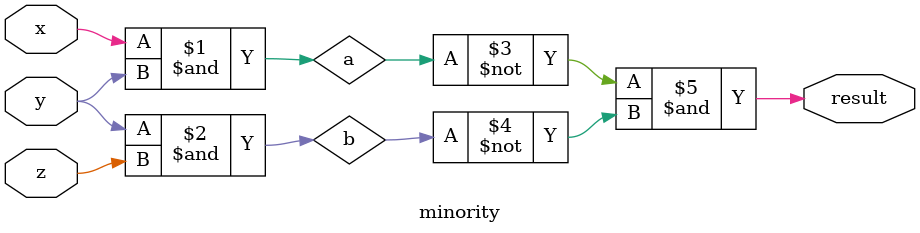
<source format=sv>
`timescale 1ns / 1ps


module minority(
    input logic x,
    input logic y,
    input logic z,
    output logic result
    );
    
    /*
        if two are false then (a and b) and (b and c) are bot 0
        then we negate both and and them, if two or all are true this would be false, lets test it
    */
    
    logic a, b;
    assign a = x & y;
    assign b = y & z;
    assign result = ~a & ~b;

/*
    x y z res
    0 0 0 true
    1 0 0 true
    1 1 0 false
    1 1 1 false
    1 0 1 false
    0 1 0 true
    0 1 1 false
    0 0 1 true
*/
endmodule

</source>
